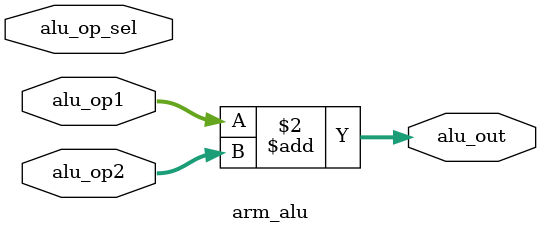
<source format=sv>
module arm_alu
(
    output reg [31:0] alu_out,
    input      [31:0] alu_op1, alu_op2,
    input      [3:0]  alu_op_sel // bus size is 4 assuming max number of ops we can have is 16
);
    always_comb begin
        alu_out = alu_op1 + alu_op2;
        // add more cases depending on alu_op_sel
    end
endmodule

</source>
